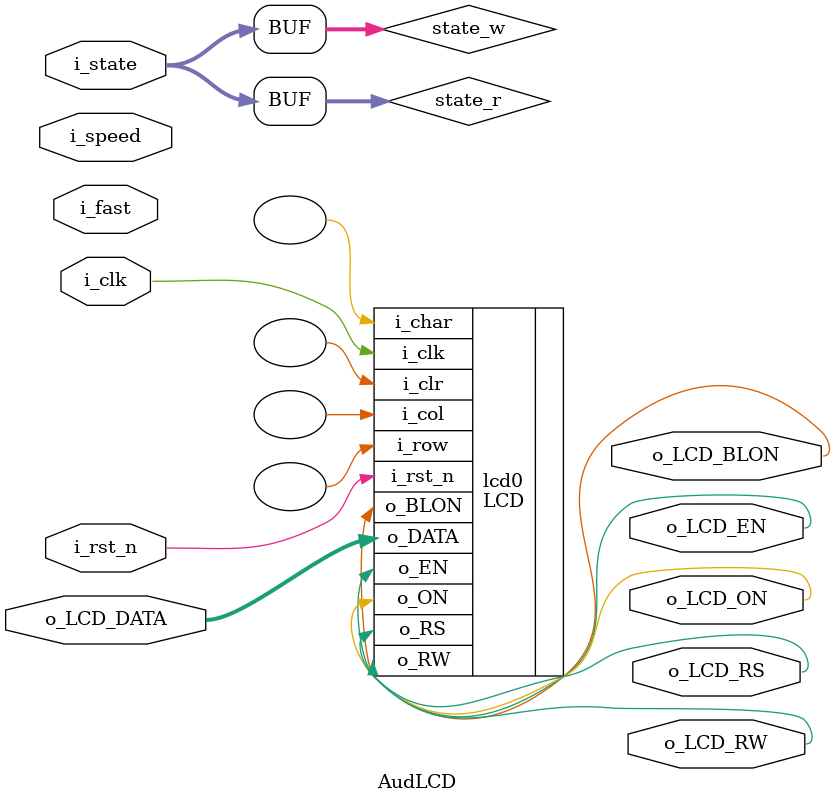
<source format=sv>
module AudLCD (
    input i_rst_n,
    input i_clk,
    input [2:0] i_state,
    input i_fast,
    input [2:0] i_speed,

	inout  [7:0] o_LCD_DATA,
	output       o_LCD_EN,
	output       o_LCD_RS,
	output       o_LCD_RW,
	output       o_LCD_ON,
	output       o_LCD_BLON
);

LCD lcd0(
    .i_rst_n(i_rst_n),
    .i_clk(i_clk),

    .i_clr(),
    .i_col(),
    .i_row(),
    .i_char(),

    .o_DATA(o_LCD_DATA),
    .o_EN(o_LCD_EN),
    .o_RS(o_LCD_RS),
    .o_RW(o_LCD_RW),
    .o_ON(o_LCD_ON),
    .o_BLON(o_LCD_BLON)
);

localparam S_IDLE = 0;
localparam S_RECD = 1;
localparam S_PLAY = 2;

logic [2:0] state_r, state_w;

assign state_w = i_state;

always_comb begin
    state_w = state_r;
    case (state_r)
        S_IDLE: begin
            
        end 
        S_RECD: begin
            
        end
        S_PLAY: begin
            
        end
        // default: 
    endcase
end

always_ff @( posedge i_clk or negedge i_rst_n ) begin
    if (!i_rst_n) begin
        state_r <= 3'b0;
    end
    else begin
        state_r <= state_w;
    end
end
    
endmodule

</source>
